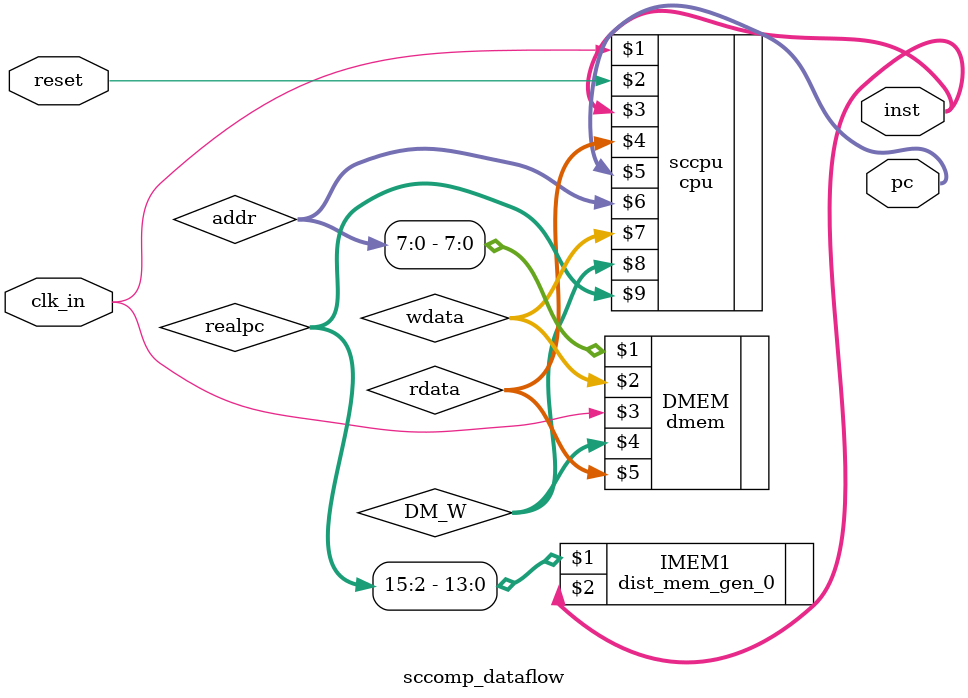
<source format=v>
`timescale 1ns / 1ps

module sccomp_dataflow(
    input clk_in,
    input reset,
    
    output [31:0]inst,
    output [31:0]pc
    );
    wire IM_R;
    wire [31:0]rdata;
    wire [31:0]addr;      
    wire [31:0]wdata;
    wire [1:0]DM_W;
    wire [31:0] realpc;
    cpu sccpu(clk_in,reset,inst,rdata,pc,addr,wdata,DM_W,realpc);
    dist_mem_gen_0 IMEM1(realpc[15:2],inst[31:0]);
    dmem DMEM(addr[7:0],wdata,clk_in,DM_W,rdata); 
endmodule

</source>
